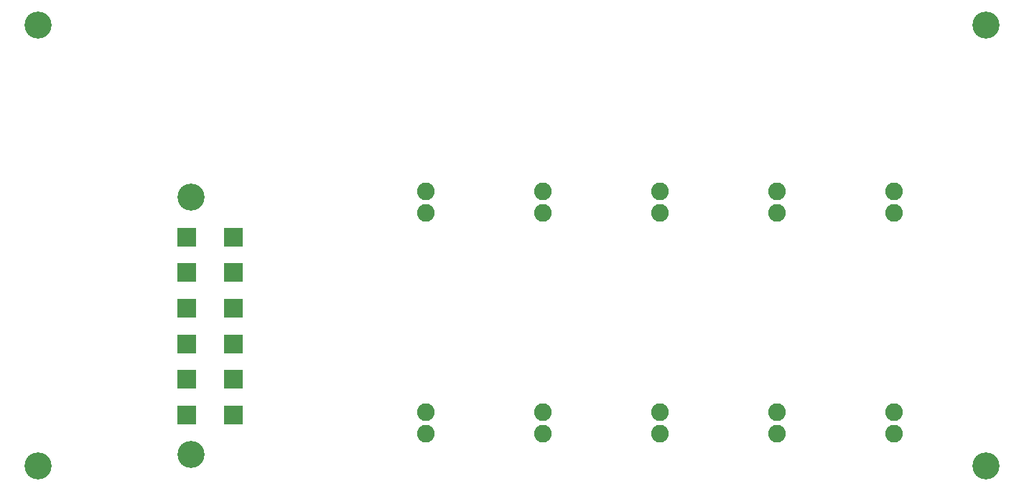
<source format=gbr>
G04 EAGLE Gerber X2 export*
%TF.Part,Single*%
%TF.FileFunction,Soldermask,Bot,1*%
%TF.FilePolarity,Negative*%
%TF.GenerationSoftware,Autodesk,EAGLE,9.0.0*%
%TF.CreationDate,2018-05-03T13:10:54Z*%
G75*
%MOMM*%
%FSLAX34Y34*%
%LPD*%
%AMOC8*
5,1,8,0,0,1.08239X$1,22.5*%
G01*
%ADD10C,3.203200*%
%ADD11C,2.082800*%
%ADD12R,2.303200X2.303200*%


D10*
X38100Y1104900D03*
X38100Y584200D03*
X1155700Y1104900D03*
X1155700Y584200D03*
D11*
X495300Y908050D03*
X495300Y882650D03*
X909638Y908050D03*
X909638Y882650D03*
X495300Y622300D03*
X495300Y647700D03*
X909638Y622300D03*
X909638Y647700D03*
X1047750Y622300D03*
X1047750Y647700D03*
X633413Y908050D03*
X633413Y882650D03*
X1047750Y908050D03*
X1047750Y882650D03*
X633413Y622300D03*
X633413Y647700D03*
X771525Y622300D03*
X771525Y647700D03*
X771525Y908050D03*
X771525Y882650D03*
D12*
X268800Y854300D03*
X268800Y812300D03*
X268800Y770300D03*
X268800Y728300D03*
X268800Y686300D03*
X268800Y644300D03*
X213800Y644300D03*
X213800Y770300D03*
X213800Y728300D03*
X213800Y686300D03*
X213800Y812300D03*
X213800Y854300D03*
D10*
X218400Y901300D03*
X218400Y597300D03*
M02*

</source>
